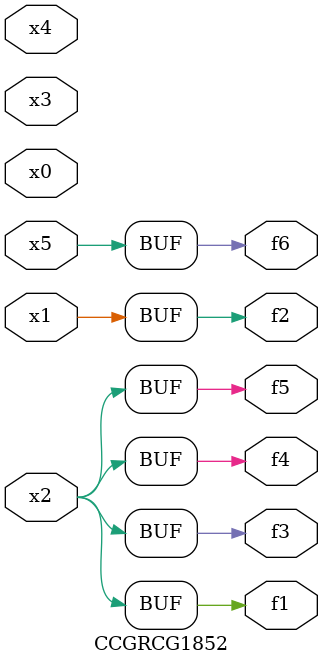
<source format=v>
module CCGRCG1852(
	input x0, x1, x2, x3, x4, x5,
	output f1, f2, f3, f4, f5, f6
);
	assign f1 = x2;
	assign f2 = x1;
	assign f3 = x2;
	assign f4 = x2;
	assign f5 = x2;
	assign f6 = x5;
endmodule

</source>
